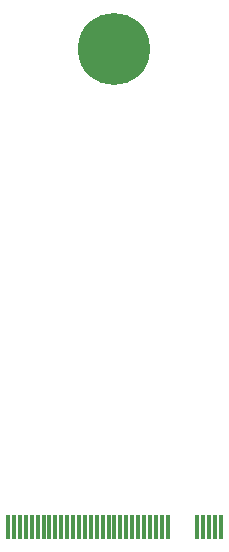
<source format=gbs>
G04*
G04 #@! TF.GenerationSoftware,Altium Limited,Altium Designer,24.4.1 (13)*
G04*
G04 Layer_Color=16711935*
%FSLAX44Y44*%
%MOMM*%
G71*
G04*
G04 #@! TF.SameCoordinates,8810BBE3-700E-470D-A85D-18A7825838DF*
G04*
G04*
G04 #@! TF.FilePolarity,Negative*
G04*
G01*
G75*
%ADD61R,0.4500X2.0500*%
%ADD62C,6.1000*%
D61*
X140060Y15250D02*
D03*
X135060D02*
D03*
X130060D02*
D03*
X125060D02*
D03*
X120060D02*
D03*
X115060D02*
D03*
X110060D02*
D03*
X155060D02*
D03*
X150060D02*
D03*
X80060D02*
D03*
X90060D02*
D03*
X85060D02*
D03*
X95060D02*
D03*
X75060D02*
D03*
X70060D02*
D03*
X65060D02*
D03*
X60060D02*
D03*
X55060D02*
D03*
X50060D02*
D03*
X45060D02*
D03*
X40060D02*
D03*
X35060D02*
D03*
X30060D02*
D03*
X25060D02*
D03*
X100060D02*
D03*
X105060D02*
D03*
X145060D02*
D03*
X185060D02*
D03*
X200060D02*
D03*
X195060D02*
D03*
X190060D02*
D03*
X180060D02*
D03*
X20060D02*
D03*
D62*
X110000Y420000D02*
D03*
M02*

</source>
